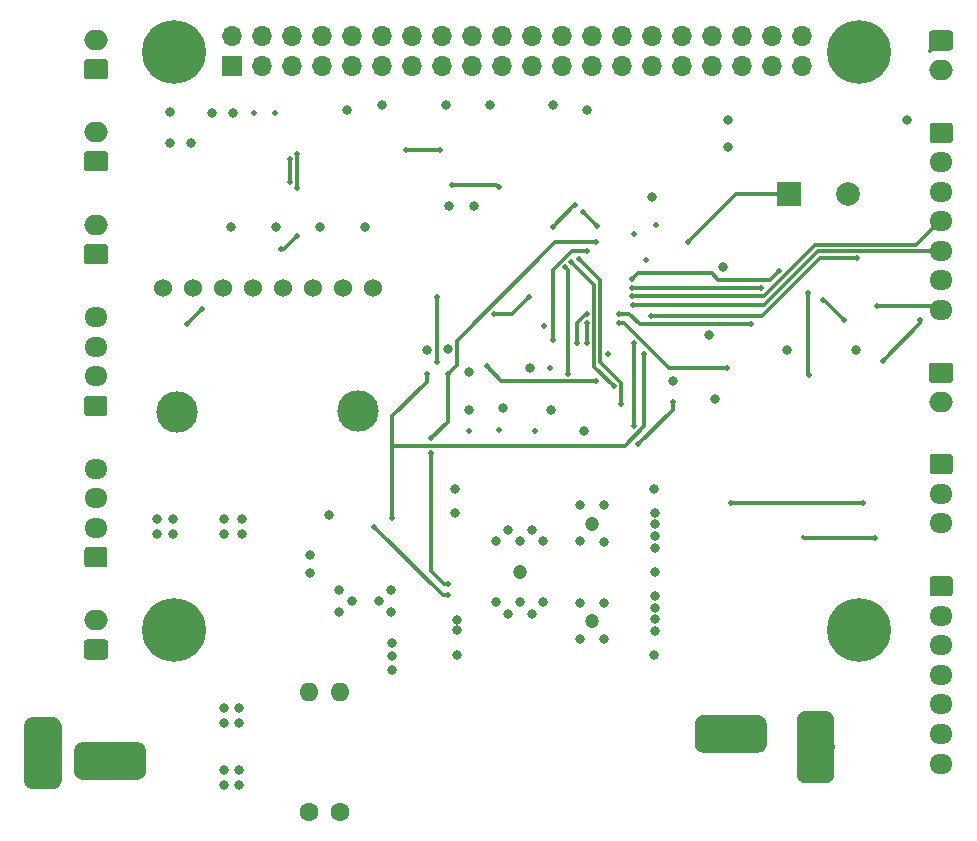
<source format=gbl>
G04 #@! TF.GenerationSoftware,KiCad,Pcbnew,5.1.2-f72e74a~84~ubuntu16.04.1*
G04 #@! TF.CreationDate,2019-08-19T17:24:30+09:00*
G04 #@! TF.ProjectId,MD&SubCPU-ver2.0,4d442653-7562-4435-9055-2d766572322e,rev?*
G04 #@! TF.SameCoordinates,Original*
G04 #@! TF.FileFunction,Copper,L4,Bot*
G04 #@! TF.FilePolarity,Positive*
%FSLAX46Y46*%
G04 Gerber Fmt 4.6, Leading zero omitted, Abs format (unit mm)*
G04 Created by KiCad (PCBNEW 5.1.2-f72e74a~84~ubuntu16.04.1) date 2019-08-19 17:24:30*
%MOMM*%
%LPD*%
G04 APERTURE LIST*
%ADD10C,0.100000*%
%ADD11C,3.193800*%
%ADD12O,1.950000X1.700000*%
%ADD13C,1.700000*%
%ADD14O,2.000000X1.700000*%
%ADD15C,1.200000*%
%ADD16C,1.524000*%
%ADD17C,3.500000*%
%ADD18R,1.700000X1.700000*%
%ADD19O,1.700000X1.700000*%
%ADD20C,1.600000*%
%ADD21O,1.600000X1.600000*%
%ADD22R,2.000000X2.000000*%
%ADD23C,2.000000*%
%ADD24C,0.800000*%
%ADD25C,5.400000*%
%ADD26C,0.500000*%
%ADD27C,0.300000*%
G04 APERTURE END LIST*
D10*
G36*
X108077412Y-126829345D02*
G01*
X108154920Y-126840842D01*
X108230928Y-126859881D01*
X108304704Y-126886278D01*
X108375537Y-126919780D01*
X108442745Y-126960063D01*
X108505681Y-127006740D01*
X108563739Y-127059361D01*
X108616360Y-127117419D01*
X108663037Y-127180355D01*
X108703320Y-127247563D01*
X108736822Y-127318396D01*
X108763219Y-127392172D01*
X108782258Y-127468180D01*
X108793755Y-127545688D01*
X108797600Y-127623950D01*
X108797600Y-129220850D01*
X108793755Y-129299112D01*
X108782258Y-129376620D01*
X108763219Y-129452628D01*
X108736822Y-129526404D01*
X108703320Y-129597237D01*
X108663037Y-129664445D01*
X108616360Y-129727381D01*
X108563739Y-129785439D01*
X108505681Y-129838060D01*
X108442745Y-129884737D01*
X108375537Y-129925020D01*
X108304704Y-129958522D01*
X108230928Y-129984919D01*
X108154920Y-130003958D01*
X108077412Y-130015455D01*
X107999150Y-130019300D01*
X103481250Y-130019300D01*
X103402988Y-130015455D01*
X103325480Y-130003958D01*
X103249472Y-129984919D01*
X103175696Y-129958522D01*
X103104863Y-129925020D01*
X103037655Y-129884737D01*
X102974719Y-129838060D01*
X102916661Y-129785439D01*
X102864040Y-129727381D01*
X102817363Y-129664445D01*
X102777080Y-129597237D01*
X102743578Y-129526404D01*
X102717181Y-129452628D01*
X102698142Y-129376620D01*
X102686645Y-129299112D01*
X102682800Y-129220850D01*
X102682800Y-127623950D01*
X102686645Y-127545688D01*
X102698142Y-127468180D01*
X102717181Y-127392172D01*
X102743578Y-127318396D01*
X102777080Y-127247563D01*
X102817363Y-127180355D01*
X102864040Y-127117419D01*
X102916661Y-127059361D01*
X102974719Y-127006740D01*
X103037655Y-126960063D01*
X103104863Y-126919780D01*
X103175696Y-126886278D01*
X103249472Y-126859881D01*
X103325480Y-126840842D01*
X103402988Y-126829345D01*
X103481250Y-126825500D01*
X107999150Y-126825500D01*
X108077412Y-126829345D01*
X108077412Y-126829345D01*
G37*
D11*
X105740200Y-128422400D03*
D10*
G36*
X113805112Y-126476285D02*
G01*
X113882620Y-126487782D01*
X113958628Y-126506821D01*
X114032404Y-126533218D01*
X114103237Y-126566720D01*
X114170445Y-126607003D01*
X114233381Y-126653680D01*
X114291439Y-126706301D01*
X114344060Y-126764359D01*
X114390737Y-126827295D01*
X114431020Y-126894503D01*
X114464522Y-126965336D01*
X114490919Y-127039112D01*
X114509958Y-127115120D01*
X114521455Y-127192628D01*
X114525300Y-127270890D01*
X114525300Y-131788790D01*
X114521455Y-131867052D01*
X114509958Y-131944560D01*
X114490919Y-132020568D01*
X114464522Y-132094344D01*
X114431020Y-132165177D01*
X114390737Y-132232385D01*
X114344060Y-132295321D01*
X114291439Y-132353379D01*
X114233381Y-132406000D01*
X114170445Y-132452677D01*
X114103237Y-132492960D01*
X114032404Y-132526462D01*
X113958628Y-132552859D01*
X113882620Y-132571898D01*
X113805112Y-132583395D01*
X113726850Y-132587240D01*
X112129950Y-132587240D01*
X112051688Y-132583395D01*
X111974180Y-132571898D01*
X111898172Y-132552859D01*
X111824396Y-132526462D01*
X111753563Y-132492960D01*
X111686355Y-132452677D01*
X111623419Y-132406000D01*
X111565361Y-132353379D01*
X111512740Y-132295321D01*
X111466063Y-132232385D01*
X111425780Y-132165177D01*
X111392278Y-132094344D01*
X111365881Y-132020568D01*
X111346842Y-131944560D01*
X111335345Y-131867052D01*
X111331500Y-131788790D01*
X111331500Y-127270890D01*
X111335345Y-127192628D01*
X111346842Y-127115120D01*
X111365881Y-127039112D01*
X111392278Y-126965336D01*
X111425780Y-126894503D01*
X111466063Y-126827295D01*
X111512740Y-126764359D01*
X111565361Y-126706301D01*
X111623419Y-126653680D01*
X111686355Y-126607003D01*
X111753563Y-126566720D01*
X111824396Y-126533218D01*
X111898172Y-126506821D01*
X111974180Y-126487782D01*
X112051688Y-126476285D01*
X112129950Y-126472440D01*
X113726850Y-126472440D01*
X113805112Y-126476285D01*
X113805112Y-126476285D01*
G37*
D11*
X112928400Y-129529840D03*
D10*
G36*
X55533572Y-129105185D02*
G01*
X55611080Y-129116682D01*
X55687088Y-129135721D01*
X55760864Y-129162118D01*
X55831697Y-129195620D01*
X55898905Y-129235903D01*
X55961841Y-129282580D01*
X56019899Y-129335201D01*
X56072520Y-129393259D01*
X56119197Y-129456195D01*
X56159480Y-129523403D01*
X56192982Y-129594236D01*
X56219379Y-129668012D01*
X56238418Y-129744020D01*
X56249915Y-129821528D01*
X56253760Y-129899790D01*
X56253760Y-131496690D01*
X56249915Y-131574952D01*
X56238418Y-131652460D01*
X56219379Y-131728468D01*
X56192982Y-131802244D01*
X56159480Y-131873077D01*
X56119197Y-131940285D01*
X56072520Y-132003221D01*
X56019899Y-132061279D01*
X55961841Y-132113900D01*
X55898905Y-132160577D01*
X55831697Y-132200860D01*
X55760864Y-132234362D01*
X55687088Y-132260759D01*
X55611080Y-132279798D01*
X55533572Y-132291295D01*
X55455310Y-132295140D01*
X50937410Y-132295140D01*
X50859148Y-132291295D01*
X50781640Y-132279798D01*
X50705632Y-132260759D01*
X50631856Y-132234362D01*
X50561023Y-132200860D01*
X50493815Y-132160577D01*
X50430879Y-132113900D01*
X50372821Y-132061279D01*
X50320200Y-132003221D01*
X50273523Y-131940285D01*
X50233240Y-131873077D01*
X50199738Y-131802244D01*
X50173341Y-131728468D01*
X50154302Y-131652460D01*
X50142805Y-131574952D01*
X50138960Y-131496690D01*
X50138960Y-129899790D01*
X50142805Y-129821528D01*
X50154302Y-129744020D01*
X50173341Y-129668012D01*
X50199738Y-129594236D01*
X50233240Y-129523403D01*
X50273523Y-129456195D01*
X50320200Y-129393259D01*
X50372821Y-129335201D01*
X50430879Y-129282580D01*
X50493815Y-129235903D01*
X50561023Y-129195620D01*
X50631856Y-129162118D01*
X50705632Y-129135721D01*
X50781640Y-129116682D01*
X50859148Y-129105185D01*
X50937410Y-129101340D01*
X55455310Y-129101340D01*
X55533572Y-129105185D01*
X55533572Y-129105185D01*
G37*
D11*
X53196360Y-130698240D03*
D10*
G36*
X48374712Y-126994445D02*
G01*
X48452220Y-127005942D01*
X48528228Y-127024981D01*
X48602004Y-127051378D01*
X48672837Y-127084880D01*
X48740045Y-127125163D01*
X48802981Y-127171840D01*
X48861039Y-127224461D01*
X48913660Y-127282519D01*
X48960337Y-127345455D01*
X49000620Y-127412663D01*
X49034122Y-127483496D01*
X49060519Y-127557272D01*
X49079558Y-127633280D01*
X49091055Y-127710788D01*
X49094900Y-127789050D01*
X49094900Y-132306950D01*
X49091055Y-132385212D01*
X49079558Y-132462720D01*
X49060519Y-132538728D01*
X49034122Y-132612504D01*
X49000620Y-132683337D01*
X48960337Y-132750545D01*
X48913660Y-132813481D01*
X48861039Y-132871539D01*
X48802981Y-132924160D01*
X48740045Y-132970837D01*
X48672837Y-133011120D01*
X48602004Y-133044622D01*
X48528228Y-133071019D01*
X48452220Y-133090058D01*
X48374712Y-133101555D01*
X48296450Y-133105400D01*
X46699550Y-133105400D01*
X46621288Y-133101555D01*
X46543780Y-133090058D01*
X46467772Y-133071019D01*
X46393996Y-133044622D01*
X46323163Y-133011120D01*
X46255955Y-132970837D01*
X46193019Y-132924160D01*
X46134961Y-132871539D01*
X46082340Y-132813481D01*
X46035663Y-132750545D01*
X45995380Y-132683337D01*
X45961878Y-132612504D01*
X45935481Y-132538728D01*
X45916442Y-132462720D01*
X45904945Y-132385212D01*
X45901100Y-132306950D01*
X45901100Y-127789050D01*
X45904945Y-127710788D01*
X45916442Y-127633280D01*
X45935481Y-127557272D01*
X45961878Y-127483496D01*
X45995380Y-127412663D01*
X46035663Y-127345455D01*
X46082340Y-127282519D01*
X46134961Y-127224461D01*
X46193019Y-127171840D01*
X46255955Y-127125163D01*
X46323163Y-127084880D01*
X46393996Y-127051378D01*
X46467772Y-127024981D01*
X46543780Y-127005942D01*
X46621288Y-126994445D01*
X46699550Y-126990600D01*
X48296450Y-126990600D01*
X48374712Y-126994445D01*
X48374712Y-126994445D01*
G37*
D11*
X47498000Y-130048000D03*
D12*
X123558300Y-130938300D03*
X123558300Y-128438300D03*
X123558300Y-125938300D03*
X123558300Y-123438300D03*
X123558300Y-120938300D03*
X123558300Y-118438300D03*
D10*
G36*
X124307804Y-115089504D02*
G01*
X124332073Y-115093104D01*
X124355871Y-115099065D01*
X124378971Y-115107330D01*
X124401149Y-115117820D01*
X124422193Y-115130433D01*
X124441898Y-115145047D01*
X124460077Y-115161523D01*
X124476553Y-115179702D01*
X124491167Y-115199407D01*
X124503780Y-115220451D01*
X124514270Y-115242629D01*
X124522535Y-115265729D01*
X124528496Y-115289527D01*
X124532096Y-115313796D01*
X124533300Y-115338300D01*
X124533300Y-116538300D01*
X124532096Y-116562804D01*
X124528496Y-116587073D01*
X124522535Y-116610871D01*
X124514270Y-116633971D01*
X124503780Y-116656149D01*
X124491167Y-116677193D01*
X124476553Y-116696898D01*
X124460077Y-116715077D01*
X124441898Y-116731553D01*
X124422193Y-116746167D01*
X124401149Y-116758780D01*
X124378971Y-116769270D01*
X124355871Y-116777535D01*
X124332073Y-116783496D01*
X124307804Y-116787096D01*
X124283300Y-116788300D01*
X122833300Y-116788300D01*
X122808796Y-116787096D01*
X122784527Y-116783496D01*
X122760729Y-116777535D01*
X122737629Y-116769270D01*
X122715451Y-116758780D01*
X122694407Y-116746167D01*
X122674702Y-116731553D01*
X122656523Y-116715077D01*
X122640047Y-116696898D01*
X122625433Y-116677193D01*
X122612820Y-116656149D01*
X122602330Y-116633971D01*
X122594065Y-116610871D01*
X122588104Y-116587073D01*
X122584504Y-116562804D01*
X122583300Y-116538300D01*
X122583300Y-115338300D01*
X122584504Y-115313796D01*
X122588104Y-115289527D01*
X122594065Y-115265729D01*
X122602330Y-115242629D01*
X122612820Y-115220451D01*
X122625433Y-115199407D01*
X122640047Y-115179702D01*
X122656523Y-115161523D01*
X122674702Y-115145047D01*
X122694407Y-115130433D01*
X122715451Y-115117820D01*
X122737629Y-115107330D01*
X122760729Y-115099065D01*
X122784527Y-115093104D01*
X122808796Y-115089504D01*
X122833300Y-115088300D01*
X124283300Y-115088300D01*
X124307804Y-115089504D01*
X124307804Y-115089504D01*
G37*
D13*
X123558300Y-115938300D03*
D12*
X123558300Y-110587800D03*
X123558300Y-108087800D03*
D10*
G36*
X124307804Y-104739004D02*
G01*
X124332073Y-104742604D01*
X124355871Y-104748565D01*
X124378971Y-104756830D01*
X124401149Y-104767320D01*
X124422193Y-104779933D01*
X124441898Y-104794547D01*
X124460077Y-104811023D01*
X124476553Y-104829202D01*
X124491167Y-104848907D01*
X124503780Y-104869951D01*
X124514270Y-104892129D01*
X124522535Y-104915229D01*
X124528496Y-104939027D01*
X124532096Y-104963296D01*
X124533300Y-104987800D01*
X124533300Y-106187800D01*
X124532096Y-106212304D01*
X124528496Y-106236573D01*
X124522535Y-106260371D01*
X124514270Y-106283471D01*
X124503780Y-106305649D01*
X124491167Y-106326693D01*
X124476553Y-106346398D01*
X124460077Y-106364577D01*
X124441898Y-106381053D01*
X124422193Y-106395667D01*
X124401149Y-106408280D01*
X124378971Y-106418770D01*
X124355871Y-106427035D01*
X124332073Y-106432996D01*
X124307804Y-106436596D01*
X124283300Y-106437800D01*
X122833300Y-106437800D01*
X122808796Y-106436596D01*
X122784527Y-106432996D01*
X122760729Y-106427035D01*
X122737629Y-106418770D01*
X122715451Y-106408280D01*
X122694407Y-106395667D01*
X122674702Y-106381053D01*
X122656523Y-106364577D01*
X122640047Y-106346398D01*
X122625433Y-106326693D01*
X122612820Y-106305649D01*
X122602330Y-106283471D01*
X122594065Y-106260371D01*
X122588104Y-106236573D01*
X122584504Y-106212304D01*
X122583300Y-106187800D01*
X122583300Y-104987800D01*
X122584504Y-104963296D01*
X122588104Y-104939027D01*
X122594065Y-104915229D01*
X122602330Y-104892129D01*
X122612820Y-104869951D01*
X122625433Y-104848907D01*
X122640047Y-104829202D01*
X122656523Y-104811023D01*
X122674702Y-104794547D01*
X122694407Y-104779933D01*
X122715451Y-104767320D01*
X122737629Y-104756830D01*
X122760729Y-104748565D01*
X122784527Y-104742604D01*
X122808796Y-104739004D01*
X122833300Y-104737800D01*
X124283300Y-104737800D01*
X124307804Y-104739004D01*
X124307804Y-104739004D01*
G37*
D13*
X123558300Y-105587800D03*
D14*
X123558300Y-100340800D03*
D10*
G36*
X124332804Y-96992004D02*
G01*
X124357073Y-96995604D01*
X124380871Y-97001565D01*
X124403971Y-97009830D01*
X124426149Y-97020320D01*
X124447193Y-97032933D01*
X124466898Y-97047547D01*
X124485077Y-97064023D01*
X124501553Y-97082202D01*
X124516167Y-97101907D01*
X124528780Y-97122951D01*
X124539270Y-97145129D01*
X124547535Y-97168229D01*
X124553496Y-97192027D01*
X124557096Y-97216296D01*
X124558300Y-97240800D01*
X124558300Y-98440800D01*
X124557096Y-98465304D01*
X124553496Y-98489573D01*
X124547535Y-98513371D01*
X124539270Y-98536471D01*
X124528780Y-98558649D01*
X124516167Y-98579693D01*
X124501553Y-98599398D01*
X124485077Y-98617577D01*
X124466898Y-98634053D01*
X124447193Y-98648667D01*
X124426149Y-98661280D01*
X124403971Y-98671770D01*
X124380871Y-98680035D01*
X124357073Y-98685996D01*
X124332804Y-98689596D01*
X124308300Y-98690800D01*
X122808300Y-98690800D01*
X122783796Y-98689596D01*
X122759527Y-98685996D01*
X122735729Y-98680035D01*
X122712629Y-98671770D01*
X122690451Y-98661280D01*
X122669407Y-98648667D01*
X122649702Y-98634053D01*
X122631523Y-98617577D01*
X122615047Y-98599398D01*
X122600433Y-98579693D01*
X122587820Y-98558649D01*
X122577330Y-98536471D01*
X122569065Y-98513371D01*
X122563104Y-98489573D01*
X122559504Y-98465304D01*
X122558300Y-98440800D01*
X122558300Y-97240800D01*
X122559504Y-97216296D01*
X122563104Y-97192027D01*
X122569065Y-97168229D01*
X122577330Y-97145129D01*
X122587820Y-97122951D01*
X122600433Y-97101907D01*
X122615047Y-97082202D01*
X122631523Y-97064023D01*
X122649702Y-97047547D01*
X122669407Y-97032933D01*
X122690451Y-97020320D01*
X122712629Y-97009830D01*
X122735729Y-97001565D01*
X122759527Y-96995604D01*
X122783796Y-96992004D01*
X122808300Y-96990800D01*
X124308300Y-96990800D01*
X124332804Y-96992004D01*
X124332804Y-96992004D01*
G37*
D13*
X123558300Y-97840800D03*
D12*
X123571000Y-92533500D03*
X123571000Y-90033500D03*
X123571000Y-87533500D03*
X123571000Y-85033500D03*
X123571000Y-82533500D03*
X123571000Y-80033500D03*
D10*
G36*
X124320504Y-76684704D02*
G01*
X124344773Y-76688304D01*
X124368571Y-76694265D01*
X124391671Y-76702530D01*
X124413849Y-76713020D01*
X124434893Y-76725633D01*
X124454598Y-76740247D01*
X124472777Y-76756723D01*
X124489253Y-76774902D01*
X124503867Y-76794607D01*
X124516480Y-76815651D01*
X124526970Y-76837829D01*
X124535235Y-76860929D01*
X124541196Y-76884727D01*
X124544796Y-76908996D01*
X124546000Y-76933500D01*
X124546000Y-78133500D01*
X124544796Y-78158004D01*
X124541196Y-78182273D01*
X124535235Y-78206071D01*
X124526970Y-78229171D01*
X124516480Y-78251349D01*
X124503867Y-78272393D01*
X124489253Y-78292098D01*
X124472777Y-78310277D01*
X124454598Y-78326753D01*
X124434893Y-78341367D01*
X124413849Y-78353980D01*
X124391671Y-78364470D01*
X124368571Y-78372735D01*
X124344773Y-78378696D01*
X124320504Y-78382296D01*
X124296000Y-78383500D01*
X122846000Y-78383500D01*
X122821496Y-78382296D01*
X122797227Y-78378696D01*
X122773429Y-78372735D01*
X122750329Y-78364470D01*
X122728151Y-78353980D01*
X122707107Y-78341367D01*
X122687402Y-78326753D01*
X122669223Y-78310277D01*
X122652747Y-78292098D01*
X122638133Y-78272393D01*
X122625520Y-78251349D01*
X122615030Y-78229171D01*
X122606765Y-78206071D01*
X122600804Y-78182273D01*
X122597204Y-78158004D01*
X122596000Y-78133500D01*
X122596000Y-76933500D01*
X122597204Y-76908996D01*
X122600804Y-76884727D01*
X122606765Y-76860929D01*
X122615030Y-76837829D01*
X122625520Y-76815651D01*
X122638133Y-76794607D01*
X122652747Y-76774902D01*
X122669223Y-76756723D01*
X122687402Y-76740247D01*
X122707107Y-76725633D01*
X122728151Y-76713020D01*
X122750329Y-76702530D01*
X122773429Y-76694265D01*
X122797227Y-76688304D01*
X122821496Y-76684704D01*
X122846000Y-76683500D01*
X124296000Y-76683500D01*
X124320504Y-76684704D01*
X124320504Y-76684704D01*
G37*
D13*
X123571000Y-77533500D03*
D14*
X123558300Y-72223000D03*
D10*
G36*
X124332804Y-68874204D02*
G01*
X124357073Y-68877804D01*
X124380871Y-68883765D01*
X124403971Y-68892030D01*
X124426149Y-68902520D01*
X124447193Y-68915133D01*
X124466898Y-68929747D01*
X124485077Y-68946223D01*
X124501553Y-68964402D01*
X124516167Y-68984107D01*
X124528780Y-69005151D01*
X124539270Y-69027329D01*
X124547535Y-69050429D01*
X124553496Y-69074227D01*
X124557096Y-69098496D01*
X124558300Y-69123000D01*
X124558300Y-70323000D01*
X124557096Y-70347504D01*
X124553496Y-70371773D01*
X124547535Y-70395571D01*
X124539270Y-70418671D01*
X124528780Y-70440849D01*
X124516167Y-70461893D01*
X124501553Y-70481598D01*
X124485077Y-70499777D01*
X124466898Y-70516253D01*
X124447193Y-70530867D01*
X124426149Y-70543480D01*
X124403971Y-70553970D01*
X124380871Y-70562235D01*
X124357073Y-70568196D01*
X124332804Y-70571796D01*
X124308300Y-70573000D01*
X122808300Y-70573000D01*
X122783796Y-70571796D01*
X122759527Y-70568196D01*
X122735729Y-70562235D01*
X122712629Y-70553970D01*
X122690451Y-70543480D01*
X122669407Y-70530867D01*
X122649702Y-70516253D01*
X122631523Y-70499777D01*
X122615047Y-70481598D01*
X122600433Y-70461893D01*
X122587820Y-70440849D01*
X122577330Y-70418671D01*
X122569065Y-70395571D01*
X122563104Y-70371773D01*
X122559504Y-70347504D01*
X122558300Y-70323000D01*
X122558300Y-69123000D01*
X122559504Y-69098496D01*
X122563104Y-69074227D01*
X122569065Y-69050429D01*
X122577330Y-69027329D01*
X122587820Y-69005151D01*
X122600433Y-68984107D01*
X122615047Y-68964402D01*
X122631523Y-68946223D01*
X122649702Y-68929747D01*
X122669407Y-68915133D01*
X122690451Y-68902520D01*
X122712629Y-68892030D01*
X122735729Y-68883765D01*
X122759527Y-68877804D01*
X122783796Y-68874204D01*
X122808300Y-68873000D01*
X124308300Y-68873000D01*
X124332804Y-68874204D01*
X124332804Y-68874204D01*
G37*
D13*
X123558300Y-69723000D03*
D15*
X87884000Y-114681000D03*
X93980000Y-110617000D03*
X93980000Y-118872000D03*
D16*
X57658000Y-90678000D03*
X60198000Y-90678000D03*
X62738000Y-90678000D03*
X65278000Y-90678000D03*
X67818000Y-90678000D03*
X70358000Y-90678000D03*
X72898000Y-90678000D03*
X75438000Y-90678000D03*
D17*
X58904000Y-101138000D03*
X74184000Y-101078000D03*
D18*
X63500000Y-71882000D03*
D19*
X63500000Y-69342000D03*
X66040000Y-71882000D03*
X66040000Y-69342000D03*
X68580000Y-71882000D03*
X68580000Y-69342000D03*
X71120000Y-71882000D03*
X71120000Y-69342000D03*
X73660000Y-71882000D03*
X73660000Y-69342000D03*
X76200000Y-71882000D03*
X76200000Y-69342000D03*
X78740000Y-71882000D03*
X78740000Y-69342000D03*
X81280000Y-71882000D03*
X81280000Y-69342000D03*
X83820000Y-71882000D03*
X83820000Y-69342000D03*
X86360000Y-71882000D03*
X86360000Y-69342000D03*
X88900000Y-71882000D03*
X88900000Y-69342000D03*
X91440000Y-71882000D03*
X91440000Y-69342000D03*
X93980000Y-71882000D03*
X93980000Y-69342000D03*
X96520000Y-71882000D03*
X96520000Y-69342000D03*
X99060000Y-71882000D03*
X99060000Y-69342000D03*
X101600000Y-71882000D03*
X101600000Y-69342000D03*
X104140000Y-71882000D03*
X104140000Y-69342000D03*
X106680000Y-71882000D03*
X106680000Y-69342000D03*
X109220000Y-71882000D03*
X109220000Y-69342000D03*
X111760000Y-71882000D03*
X111760000Y-69342000D03*
D20*
X70040500Y-135001000D03*
D21*
X70040500Y-124841000D03*
X72644000Y-124841000D03*
D20*
X72644000Y-135001000D03*
D10*
G36*
X52756004Y-112625704D02*
G01*
X52780273Y-112629304D01*
X52804071Y-112635265D01*
X52827171Y-112643530D01*
X52849349Y-112654020D01*
X52870393Y-112666633D01*
X52890098Y-112681247D01*
X52908277Y-112697723D01*
X52924753Y-112715902D01*
X52939367Y-112735607D01*
X52951980Y-112756651D01*
X52962470Y-112778829D01*
X52970735Y-112801929D01*
X52976696Y-112825727D01*
X52980296Y-112849996D01*
X52981500Y-112874500D01*
X52981500Y-114074500D01*
X52980296Y-114099004D01*
X52976696Y-114123273D01*
X52970735Y-114147071D01*
X52962470Y-114170171D01*
X52951980Y-114192349D01*
X52939367Y-114213393D01*
X52924753Y-114233098D01*
X52908277Y-114251277D01*
X52890098Y-114267753D01*
X52870393Y-114282367D01*
X52849349Y-114294980D01*
X52827171Y-114305470D01*
X52804071Y-114313735D01*
X52780273Y-114319696D01*
X52756004Y-114323296D01*
X52731500Y-114324500D01*
X51281500Y-114324500D01*
X51256996Y-114323296D01*
X51232727Y-114319696D01*
X51208929Y-114313735D01*
X51185829Y-114305470D01*
X51163651Y-114294980D01*
X51142607Y-114282367D01*
X51122902Y-114267753D01*
X51104723Y-114251277D01*
X51088247Y-114233098D01*
X51073633Y-114213393D01*
X51061020Y-114192349D01*
X51050530Y-114170171D01*
X51042265Y-114147071D01*
X51036304Y-114123273D01*
X51032704Y-114099004D01*
X51031500Y-114074500D01*
X51031500Y-112874500D01*
X51032704Y-112849996D01*
X51036304Y-112825727D01*
X51042265Y-112801929D01*
X51050530Y-112778829D01*
X51061020Y-112756651D01*
X51073633Y-112735607D01*
X51088247Y-112715902D01*
X51104723Y-112697723D01*
X51122902Y-112681247D01*
X51142607Y-112666633D01*
X51163651Y-112654020D01*
X51185829Y-112643530D01*
X51208929Y-112635265D01*
X51232727Y-112629304D01*
X51256996Y-112625704D01*
X51281500Y-112624500D01*
X52731500Y-112624500D01*
X52756004Y-112625704D01*
X52756004Y-112625704D01*
G37*
D13*
X52006500Y-113474500D03*
D12*
X52006500Y-110974500D03*
X52006500Y-108474500D03*
X52006500Y-105974500D03*
D14*
X52006500Y-118785000D03*
D10*
G36*
X52781004Y-120436204D02*
G01*
X52805273Y-120439804D01*
X52829071Y-120445765D01*
X52852171Y-120454030D01*
X52874349Y-120464520D01*
X52895393Y-120477133D01*
X52915098Y-120491747D01*
X52933277Y-120508223D01*
X52949753Y-120526402D01*
X52964367Y-120546107D01*
X52976980Y-120567151D01*
X52987470Y-120589329D01*
X52995735Y-120612429D01*
X53001696Y-120636227D01*
X53005296Y-120660496D01*
X53006500Y-120685000D01*
X53006500Y-121885000D01*
X53005296Y-121909504D01*
X53001696Y-121933773D01*
X52995735Y-121957571D01*
X52987470Y-121980671D01*
X52976980Y-122002849D01*
X52964367Y-122023893D01*
X52949753Y-122043598D01*
X52933277Y-122061777D01*
X52915098Y-122078253D01*
X52895393Y-122092867D01*
X52874349Y-122105480D01*
X52852171Y-122115970D01*
X52829071Y-122124235D01*
X52805273Y-122130196D01*
X52781004Y-122133796D01*
X52756500Y-122135000D01*
X51256500Y-122135000D01*
X51231996Y-122133796D01*
X51207727Y-122130196D01*
X51183929Y-122124235D01*
X51160829Y-122115970D01*
X51138651Y-122105480D01*
X51117607Y-122092867D01*
X51097902Y-122078253D01*
X51079723Y-122061777D01*
X51063247Y-122043598D01*
X51048633Y-122023893D01*
X51036020Y-122002849D01*
X51025530Y-121980671D01*
X51017265Y-121957571D01*
X51011304Y-121933773D01*
X51007704Y-121909504D01*
X51006500Y-121885000D01*
X51006500Y-120685000D01*
X51007704Y-120660496D01*
X51011304Y-120636227D01*
X51017265Y-120612429D01*
X51025530Y-120589329D01*
X51036020Y-120567151D01*
X51048633Y-120546107D01*
X51063247Y-120526402D01*
X51079723Y-120508223D01*
X51097902Y-120491747D01*
X51117607Y-120477133D01*
X51138651Y-120464520D01*
X51160829Y-120454030D01*
X51183929Y-120445765D01*
X51207727Y-120439804D01*
X51231996Y-120436204D01*
X51256500Y-120435000D01*
X52756500Y-120435000D01*
X52781004Y-120436204D01*
X52781004Y-120436204D01*
G37*
D13*
X52006500Y-121285000D03*
D10*
G36*
X52781004Y-79097704D02*
G01*
X52805273Y-79101304D01*
X52829071Y-79107265D01*
X52852171Y-79115530D01*
X52874349Y-79126020D01*
X52895393Y-79138633D01*
X52915098Y-79153247D01*
X52933277Y-79169723D01*
X52949753Y-79187902D01*
X52964367Y-79207607D01*
X52976980Y-79228651D01*
X52987470Y-79250829D01*
X52995735Y-79273929D01*
X53001696Y-79297727D01*
X53005296Y-79321996D01*
X53006500Y-79346500D01*
X53006500Y-80546500D01*
X53005296Y-80571004D01*
X53001696Y-80595273D01*
X52995735Y-80619071D01*
X52987470Y-80642171D01*
X52976980Y-80664349D01*
X52964367Y-80685393D01*
X52949753Y-80705098D01*
X52933277Y-80723277D01*
X52915098Y-80739753D01*
X52895393Y-80754367D01*
X52874349Y-80766980D01*
X52852171Y-80777470D01*
X52829071Y-80785735D01*
X52805273Y-80791696D01*
X52781004Y-80795296D01*
X52756500Y-80796500D01*
X51256500Y-80796500D01*
X51231996Y-80795296D01*
X51207727Y-80791696D01*
X51183929Y-80785735D01*
X51160829Y-80777470D01*
X51138651Y-80766980D01*
X51117607Y-80754367D01*
X51097902Y-80739753D01*
X51079723Y-80723277D01*
X51063247Y-80705098D01*
X51048633Y-80685393D01*
X51036020Y-80664349D01*
X51025530Y-80642171D01*
X51017265Y-80619071D01*
X51011304Y-80595273D01*
X51007704Y-80571004D01*
X51006500Y-80546500D01*
X51006500Y-79346500D01*
X51007704Y-79321996D01*
X51011304Y-79297727D01*
X51017265Y-79273929D01*
X51025530Y-79250829D01*
X51036020Y-79228651D01*
X51048633Y-79207607D01*
X51063247Y-79187902D01*
X51079723Y-79169723D01*
X51097902Y-79153247D01*
X51117607Y-79138633D01*
X51138651Y-79126020D01*
X51160829Y-79115530D01*
X51183929Y-79107265D01*
X51207727Y-79101304D01*
X51231996Y-79097704D01*
X51256500Y-79096500D01*
X52756500Y-79096500D01*
X52781004Y-79097704D01*
X52781004Y-79097704D01*
G37*
D13*
X52006500Y-79946500D03*
D14*
X52006500Y-77446500D03*
X52006500Y-85320500D03*
D10*
G36*
X52781004Y-86971704D02*
G01*
X52805273Y-86975304D01*
X52829071Y-86981265D01*
X52852171Y-86989530D01*
X52874349Y-87000020D01*
X52895393Y-87012633D01*
X52915098Y-87027247D01*
X52933277Y-87043723D01*
X52949753Y-87061902D01*
X52964367Y-87081607D01*
X52976980Y-87102651D01*
X52987470Y-87124829D01*
X52995735Y-87147929D01*
X53001696Y-87171727D01*
X53005296Y-87195996D01*
X53006500Y-87220500D01*
X53006500Y-88420500D01*
X53005296Y-88445004D01*
X53001696Y-88469273D01*
X52995735Y-88493071D01*
X52987470Y-88516171D01*
X52976980Y-88538349D01*
X52964367Y-88559393D01*
X52949753Y-88579098D01*
X52933277Y-88597277D01*
X52915098Y-88613753D01*
X52895393Y-88628367D01*
X52874349Y-88640980D01*
X52852171Y-88651470D01*
X52829071Y-88659735D01*
X52805273Y-88665696D01*
X52781004Y-88669296D01*
X52756500Y-88670500D01*
X51256500Y-88670500D01*
X51231996Y-88669296D01*
X51207727Y-88665696D01*
X51183929Y-88659735D01*
X51160829Y-88651470D01*
X51138651Y-88640980D01*
X51117607Y-88628367D01*
X51097902Y-88613753D01*
X51079723Y-88597277D01*
X51063247Y-88579098D01*
X51048633Y-88559393D01*
X51036020Y-88538349D01*
X51025530Y-88516171D01*
X51017265Y-88493071D01*
X51011304Y-88469273D01*
X51007704Y-88445004D01*
X51006500Y-88420500D01*
X51006500Y-87220500D01*
X51007704Y-87195996D01*
X51011304Y-87171727D01*
X51017265Y-87147929D01*
X51025530Y-87124829D01*
X51036020Y-87102651D01*
X51048633Y-87081607D01*
X51063247Y-87061902D01*
X51079723Y-87043723D01*
X51097902Y-87027247D01*
X51117607Y-87012633D01*
X51138651Y-87000020D01*
X51160829Y-86989530D01*
X51183929Y-86981265D01*
X51207727Y-86975304D01*
X51231996Y-86971704D01*
X51256500Y-86970500D01*
X52756500Y-86970500D01*
X52781004Y-86971704D01*
X52781004Y-86971704D01*
G37*
D13*
X52006500Y-87820500D03*
D14*
X52006500Y-69659500D03*
D10*
G36*
X52781004Y-71310704D02*
G01*
X52805273Y-71314304D01*
X52829071Y-71320265D01*
X52852171Y-71328530D01*
X52874349Y-71339020D01*
X52895393Y-71351633D01*
X52915098Y-71366247D01*
X52933277Y-71382723D01*
X52949753Y-71400902D01*
X52964367Y-71420607D01*
X52976980Y-71441651D01*
X52987470Y-71463829D01*
X52995735Y-71486929D01*
X53001696Y-71510727D01*
X53005296Y-71534996D01*
X53006500Y-71559500D01*
X53006500Y-72759500D01*
X53005296Y-72784004D01*
X53001696Y-72808273D01*
X52995735Y-72832071D01*
X52987470Y-72855171D01*
X52976980Y-72877349D01*
X52964367Y-72898393D01*
X52949753Y-72918098D01*
X52933277Y-72936277D01*
X52915098Y-72952753D01*
X52895393Y-72967367D01*
X52874349Y-72979980D01*
X52852171Y-72990470D01*
X52829071Y-72998735D01*
X52805273Y-73004696D01*
X52781004Y-73008296D01*
X52756500Y-73009500D01*
X51256500Y-73009500D01*
X51231996Y-73008296D01*
X51207727Y-73004696D01*
X51183929Y-72998735D01*
X51160829Y-72990470D01*
X51138651Y-72979980D01*
X51117607Y-72967367D01*
X51097902Y-72952753D01*
X51079723Y-72936277D01*
X51063247Y-72918098D01*
X51048633Y-72898393D01*
X51036020Y-72877349D01*
X51025530Y-72855171D01*
X51017265Y-72832071D01*
X51011304Y-72808273D01*
X51007704Y-72784004D01*
X51006500Y-72759500D01*
X51006500Y-71559500D01*
X51007704Y-71534996D01*
X51011304Y-71510727D01*
X51017265Y-71486929D01*
X51025530Y-71463829D01*
X51036020Y-71441651D01*
X51048633Y-71420607D01*
X51063247Y-71400902D01*
X51079723Y-71382723D01*
X51097902Y-71366247D01*
X51117607Y-71351633D01*
X51138651Y-71339020D01*
X51160829Y-71328530D01*
X51183929Y-71320265D01*
X51207727Y-71314304D01*
X51231996Y-71310704D01*
X51256500Y-71309500D01*
X52756500Y-71309500D01*
X52781004Y-71310704D01*
X52781004Y-71310704D01*
G37*
D13*
X52006500Y-72159500D03*
D22*
X110697000Y-82677000D03*
D23*
X115697000Y-82677000D03*
D24*
X60080891Y-69238109D03*
X58649000Y-68645000D03*
X57217109Y-69238109D03*
X56624000Y-70670000D03*
X57217109Y-72101891D03*
X58649000Y-72695000D03*
X60080891Y-72101891D03*
X60674000Y-70670000D03*
D25*
X58649000Y-70670000D03*
X58649000Y-119670000D03*
D24*
X60674000Y-119670000D03*
X60080891Y-121101891D03*
X58649000Y-121695000D03*
X57217109Y-121101891D03*
X56624000Y-119670000D03*
X57217109Y-118238109D03*
X58649000Y-117645000D03*
X60080891Y-118238109D03*
X118080891Y-69238109D03*
X116649000Y-68645000D03*
X115217109Y-69238109D03*
X114624000Y-70670000D03*
X115217109Y-72101891D03*
X116649000Y-72695000D03*
X118080891Y-72101891D03*
X118674000Y-70670000D03*
D25*
X116649000Y-70670000D03*
X116649000Y-119670000D03*
D24*
X118674000Y-119670000D03*
X118080891Y-121101891D03*
X116649000Y-121695000D03*
X115217109Y-121101891D03*
X114624000Y-119670000D03*
X115217109Y-118238109D03*
X116649000Y-117645000D03*
X118080891Y-118238109D03*
D10*
G36*
X52756004Y-99805704D02*
G01*
X52780273Y-99809304D01*
X52804071Y-99815265D01*
X52827171Y-99823530D01*
X52849349Y-99834020D01*
X52870393Y-99846633D01*
X52890098Y-99861247D01*
X52908277Y-99877723D01*
X52924753Y-99895902D01*
X52939367Y-99915607D01*
X52951980Y-99936651D01*
X52962470Y-99958829D01*
X52970735Y-99981929D01*
X52976696Y-100005727D01*
X52980296Y-100029996D01*
X52981500Y-100054500D01*
X52981500Y-101254500D01*
X52980296Y-101279004D01*
X52976696Y-101303273D01*
X52970735Y-101327071D01*
X52962470Y-101350171D01*
X52951980Y-101372349D01*
X52939367Y-101393393D01*
X52924753Y-101413098D01*
X52908277Y-101431277D01*
X52890098Y-101447753D01*
X52870393Y-101462367D01*
X52849349Y-101474980D01*
X52827171Y-101485470D01*
X52804071Y-101493735D01*
X52780273Y-101499696D01*
X52756004Y-101503296D01*
X52731500Y-101504500D01*
X51281500Y-101504500D01*
X51256996Y-101503296D01*
X51232727Y-101499696D01*
X51208929Y-101493735D01*
X51185829Y-101485470D01*
X51163651Y-101474980D01*
X51142607Y-101462367D01*
X51122902Y-101447753D01*
X51104723Y-101431277D01*
X51088247Y-101413098D01*
X51073633Y-101393393D01*
X51061020Y-101372349D01*
X51050530Y-101350171D01*
X51042265Y-101327071D01*
X51036304Y-101303273D01*
X51032704Y-101279004D01*
X51031500Y-101254500D01*
X51031500Y-100054500D01*
X51032704Y-100029996D01*
X51036304Y-100005727D01*
X51042265Y-99981929D01*
X51050530Y-99958829D01*
X51061020Y-99936651D01*
X51073633Y-99915607D01*
X51088247Y-99895902D01*
X51104723Y-99877723D01*
X51122902Y-99861247D01*
X51142607Y-99846633D01*
X51163651Y-99834020D01*
X51185829Y-99823530D01*
X51208929Y-99815265D01*
X51232727Y-99809304D01*
X51256996Y-99805704D01*
X51281500Y-99804500D01*
X52731500Y-99804500D01*
X52756004Y-99805704D01*
X52756004Y-99805704D01*
G37*
D13*
X52006500Y-100654500D03*
D12*
X52006500Y-98154500D03*
X52006500Y-95654500D03*
X52006500Y-93154500D03*
D26*
X89916000Y-93853000D03*
D24*
X70993000Y-85471000D03*
X74803000Y-85471000D03*
D26*
X98552000Y-88265000D03*
D24*
X83566000Y-100965000D03*
X86487000Y-100838000D03*
X90551000Y-100965000D03*
X116332000Y-95885000D03*
X110490000Y-95885000D03*
X58521600Y-110236000D03*
X58521600Y-111506000D03*
X57150000Y-111506000D03*
X57150000Y-110236000D03*
X70104000Y-113284000D03*
X71755000Y-109855000D03*
X63398400Y-85471000D03*
X67208400Y-85471000D03*
X84048600Y-83693000D03*
X81915000Y-83693000D03*
X83566000Y-97790000D03*
X88773000Y-97409000D03*
X99314000Y-117729000D03*
X99339400Y-118719600D03*
X99339400Y-119684800D03*
X99339400Y-109728000D03*
X99339400Y-110693200D03*
X99339400Y-111709200D03*
X100888800Y-98552000D03*
X104394000Y-100076000D03*
X99060000Y-82931000D03*
X120650000Y-76454000D03*
X105537000Y-78740000D03*
X105537000Y-76454000D03*
X105054400Y-88900000D03*
X93599000Y-75565000D03*
X90678000Y-75184000D03*
X85344000Y-75184000D03*
X81661000Y-75184000D03*
X76200000Y-75184000D03*
X73279000Y-75565000D03*
X58293000Y-78359000D03*
X60071000Y-78359000D03*
X64135000Y-131445000D03*
X62865000Y-131445000D03*
X62865000Y-132715000D03*
X64135000Y-132715000D03*
X103886000Y-94615000D03*
D26*
X90424000Y-97409000D03*
X97536000Y-86106000D03*
X99441000Y-85344000D03*
X99441000Y-85344000D03*
D24*
X58293000Y-75801000D03*
X80010000Y-95885000D03*
X81788000Y-95876000D03*
X61849000Y-75819000D03*
D26*
X86122000Y-102677000D03*
X95336692Y-96256248D03*
X83566000Y-102761000D03*
X78232000Y-78994000D03*
X81153000Y-78994000D03*
X80899000Y-91440000D03*
X80899000Y-96901000D03*
X85090000Y-97282000D03*
X94361000Y-98552000D03*
D24*
X64389000Y-110236000D03*
X64389000Y-111506000D03*
X62877700Y-111506000D03*
X62877700Y-110236000D03*
X70104000Y-114808000D03*
X77025500Y-116205000D03*
X72580500Y-116205000D03*
X75946000Y-117157500D03*
X73710800Y-117157500D03*
X77025500Y-118110000D03*
X89852500Y-117284500D03*
X87947500Y-117284500D03*
X85915500Y-117284500D03*
X86931500Y-118237000D03*
X88900000Y-118237000D03*
X89852500Y-112077500D03*
X87947500Y-112077500D03*
X85915500Y-112077500D03*
X88963500Y-111125000D03*
X86931500Y-111125000D03*
X82423000Y-109728000D03*
X82550000Y-118745000D03*
X82550000Y-119634000D03*
X99339400Y-114681000D03*
X72580500Y-118110000D03*
D26*
X67183000Y-75819000D03*
D24*
X93345000Y-102743000D03*
D26*
X89154000Y-102743000D03*
D24*
X63627000Y-75819000D03*
X94996000Y-109029500D03*
X93027500Y-109029500D03*
X94996000Y-112141000D03*
X93027500Y-112077500D03*
X82423000Y-107696000D03*
X99250500Y-107696000D03*
X99314000Y-112712500D03*
D26*
X116967000Y-108839000D03*
X105791000Y-108839000D03*
X117983000Y-111814000D03*
X85725000Y-92859000D03*
X88646000Y-91440000D03*
X97405672Y-91375941D03*
X97441999Y-92075000D03*
D24*
X62865000Y-126238000D03*
X64135000Y-126238000D03*
X64135000Y-127508000D03*
X62865000Y-127508000D03*
D26*
X95846235Y-98971765D03*
X92245265Y-88435265D03*
X96501470Y-100475530D03*
X92917973Y-88241701D03*
X97536000Y-102362000D03*
X97542000Y-95309000D03*
X91750289Y-88930240D03*
X91948000Y-97917000D03*
X67691000Y-87376000D03*
X69053000Y-86233000D03*
X69053000Y-82169000D03*
X69053000Y-79347500D03*
X60960000Y-92456000D03*
X59690000Y-93754500D03*
X68453000Y-81661000D03*
X68453000Y-79791000D03*
X94423236Y-85436000D03*
X93218000Y-84236000D03*
X82141734Y-81942266D03*
X86114765Y-82160235D03*
X102108000Y-86741000D03*
X98992000Y-93059000D03*
X80010000Y-97935000D03*
X77089000Y-110118000D03*
X98417608Y-96235002D03*
X116459000Y-88138000D03*
D24*
X77089000Y-120713500D03*
X77089000Y-122999500D03*
X77089000Y-121793000D03*
D26*
X65405000Y-75819000D03*
D24*
X94996000Y-120396000D03*
X93027500Y-120396000D03*
X94996000Y-117348000D03*
X93027500Y-117348000D03*
X82550000Y-121729500D03*
X99314000Y-116713000D03*
X99250500Y-121729500D03*
D26*
X81805000Y-115707000D03*
X94342000Y-86809000D03*
X81788000Y-97926000D03*
X80391000Y-103378000D03*
X80391000Y-104648000D03*
X75565000Y-110871000D03*
X81805000Y-116707000D03*
X90678000Y-95109001D03*
X93599000Y-87503000D03*
X92583000Y-83636000D03*
X90678000Y-85471000D03*
X97917000Y-103886000D03*
X100842000Y-100333000D03*
X92742000Y-95309000D03*
X93599000Y-92837000D03*
X96266000Y-92837000D03*
X107442000Y-93726000D03*
X93542000Y-95309000D03*
X93599000Y-93634000D03*
X96266000Y-93634000D03*
X105410000Y-97435002D03*
X97409000Y-89916000D03*
X109839175Y-89265175D03*
X112333003Y-91059000D03*
X112395000Y-98044000D03*
X97409009Y-90675947D03*
X108331000Y-90678000D03*
X113538000Y-91659000D03*
X115316000Y-93345000D03*
X118618000Y-96835002D03*
X121793000Y-93345000D03*
X118110000Y-92202000D03*
D27*
X78232000Y-78994000D02*
X81153000Y-78994000D01*
X80899000Y-91440000D02*
X80899000Y-96901000D01*
X94326001Y-98517001D02*
X94361000Y-98552000D01*
X85090000Y-97282000D02*
X86325001Y-98517001D01*
X86325001Y-98517001D02*
X94326001Y-98517001D01*
X116967000Y-108839000D02*
X105791000Y-108839000D01*
X111959000Y-111814000D02*
X111905000Y-111760000D01*
X117983000Y-111814000D02*
X111959000Y-111814000D01*
X87227000Y-92859000D02*
X88646000Y-91440000D01*
X85725000Y-92859000D02*
X87227000Y-92859000D01*
X123571000Y-85033500D02*
X122920380Y-85033500D01*
X123446000Y-85033500D02*
X123571000Y-85033500D01*
X97405672Y-91375941D02*
X108576939Y-91375941D01*
X108576939Y-91375941D02*
X112919390Y-87033490D01*
X112919390Y-87033490D02*
X121446010Y-87033490D01*
X121446010Y-87033490D02*
X123446000Y-85033500D01*
X97441999Y-92075000D02*
X108585000Y-92075000D01*
X113126500Y-87533500D02*
X123571000Y-87533500D01*
X108585000Y-92075000D02*
X113126500Y-87533500D01*
X94199000Y-97324530D02*
X94199000Y-90509256D01*
X95846235Y-98971765D02*
X94199000Y-97324530D01*
X94199000Y-90389000D02*
X92245265Y-88435265D01*
X94199000Y-90509256D02*
X94199000Y-90389000D01*
X94699010Y-90022738D02*
X92917973Y-88241701D01*
X96501470Y-98738998D02*
X94699010Y-96936538D01*
X94699010Y-96936538D02*
X94699010Y-90022738D01*
X96501470Y-100475530D02*
X96501470Y-98738998D01*
X97536000Y-95315000D02*
X97542000Y-95309000D01*
X97536000Y-102362000D02*
X97536000Y-95315000D01*
X91948000Y-89127951D02*
X91750289Y-88930240D01*
X91948000Y-97917000D02*
X91948000Y-89127951D01*
X67910000Y-87376000D02*
X69053000Y-86233000D01*
X67691000Y-87376000D02*
X67910000Y-87376000D01*
X69053000Y-82169000D02*
X69053000Y-79347500D01*
X60960000Y-92484500D02*
X59690000Y-93754500D01*
X60960000Y-92456000D02*
X60960000Y-92484500D01*
X68453000Y-81661000D02*
X68453000Y-79791000D01*
X94418000Y-85436000D02*
X93218000Y-84236000D01*
X94423236Y-85436000D02*
X94418000Y-85436000D01*
X85896796Y-81942266D02*
X86114765Y-82160235D01*
X82141734Y-81942266D02*
X85896796Y-81942266D01*
X106172000Y-82677000D02*
X110697000Y-82677000D01*
X102108000Y-86741000D02*
X106172000Y-82677000D01*
X122652747Y-70628553D02*
X123558300Y-69723000D01*
X98992000Y-93059000D02*
X102361002Y-93059000D01*
X80010000Y-98610000D02*
X77089000Y-101531000D01*
X80010000Y-97935000D02*
X80010000Y-98610000D01*
X98417608Y-96235002D02*
X98417608Y-102368394D01*
X96773002Y-104013000D02*
X77089000Y-104013000D01*
X98417608Y-102368394D02*
X96773002Y-104013000D01*
X77089000Y-101531000D02*
X77089000Y-104013000D01*
X77089000Y-104013000D02*
X77089000Y-110118000D01*
X108363000Y-93059000D02*
X113284000Y-88138000D01*
X102361002Y-93059000D02*
X108363000Y-93059000D01*
X113284000Y-88138000D02*
X116459000Y-88138000D01*
X90886998Y-86809000D02*
X82538001Y-95157997D01*
X82538001Y-95157997D02*
X82538001Y-97166999D01*
X94342000Y-86809000D02*
X90886998Y-86809000D01*
X81788000Y-97917000D02*
X81788000Y-97926000D01*
X82538001Y-97166999D02*
X81788000Y-97917000D01*
X81788000Y-101981000D02*
X80391000Y-103378000D01*
X81788000Y-97926000D02*
X81788000Y-101981000D01*
X81460000Y-115707000D02*
X81805000Y-115707000D01*
X80391000Y-114638000D02*
X81460000Y-115707000D01*
X80391000Y-104648000D02*
X80391000Y-114638000D01*
X75565000Y-110871000D02*
X81401000Y-116707000D01*
X81401000Y-116707000D02*
X81805000Y-116707000D01*
X90678000Y-95109001D02*
X90678000Y-89154000D01*
X90678000Y-89154000D02*
X92329000Y-87503000D01*
X92329000Y-87503000D02*
X93599000Y-87503000D01*
X92513000Y-83636000D02*
X90678000Y-85471000D01*
X92583000Y-83636000D02*
X92513000Y-83636000D01*
X97917000Y-103886000D02*
X100838000Y-100965000D01*
X100838000Y-100337000D02*
X100842000Y-100333000D01*
X100838000Y-100965000D02*
X100838000Y-100337000D01*
X93507998Y-92837000D02*
X93599000Y-92837000D01*
X92742000Y-93602998D02*
X93507998Y-92837000D01*
X92742000Y-95309000D02*
X92742000Y-93602998D01*
X107403199Y-93764801D02*
X107442000Y-93726000D01*
X98082801Y-93764801D02*
X107403199Y-93764801D01*
X97155000Y-92837000D02*
X98082801Y-93764801D01*
X96266000Y-92837000D02*
X97155000Y-92837000D01*
X93542000Y-93691000D02*
X93599000Y-93634000D01*
X93542000Y-95309000D02*
X93542000Y-93691000D01*
X96266000Y-93634000D02*
X96755002Y-93634000D01*
X100556004Y-97435002D02*
X105410000Y-97435002D01*
X96755002Y-93634000D02*
X100556004Y-97435002D01*
X109098749Y-90005601D02*
X109839175Y-89265175D01*
X97409000Y-89916000D02*
X97882000Y-89443000D01*
X104131798Y-89443000D02*
X104694399Y-90005601D01*
X97882000Y-89443000D02*
X104131798Y-89443000D01*
X104694399Y-90005601D02*
X109098749Y-90005601D01*
X112333003Y-97982003D02*
X112395000Y-98044000D01*
X112333003Y-91059000D02*
X112333003Y-97982003D01*
X108328947Y-90675947D02*
X108331000Y-90678000D01*
X97409009Y-90675947D02*
X108328947Y-90675947D01*
X113630000Y-91659000D02*
X115316000Y-93345000D01*
X113538000Y-91659000D02*
X113630000Y-91659000D01*
X121793000Y-93660002D02*
X121793000Y-93345000D01*
X118618000Y-96835002D02*
X121793000Y-93660002D01*
X123239500Y-92202000D02*
X123571000Y-92533500D01*
X118110000Y-92202000D02*
X123239500Y-92202000D01*
M02*

</source>
